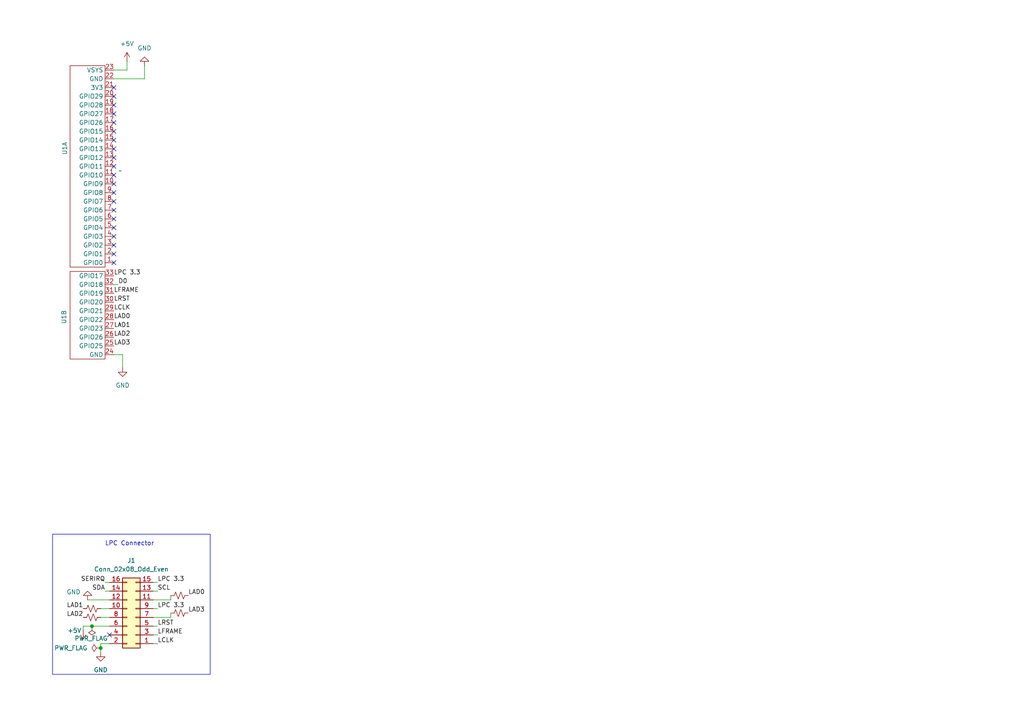
<source format=kicad_sch>
(kicad_sch (version 20231120) (generator "eeschema") (generator_version "8.0")
  (paper "A4")
  (lib_symbols
    (symbol "Connector_Generic:Conn_02x08_Odd_Even" (pin_names (offset 1.016) hide)
      (property "Reference" "J" (at 1.27 10.16 0))
      (property "Value" "Conn_02x08_Odd_Even" (at 1.27 -12.7 0))
      (symbol "Conn_02x08_Odd_Even_1_1"
        (rectangle (start -1.27 -10.033) (end 0 -10.287) (stroke (width 0.1524)))
        (rectangle (start -1.27 -7.493) (end 0 -7.747) (stroke (width 0.1524)))
        (rectangle (start -1.27 -4.953) (end 0 -5.207) (stroke (width 0.1524)))
        (rectangle (start -1.27 -2.413) (end 0 -2.667) (stroke (width 0.1524)))
        (rectangle (start -1.27 0.127) (end 0 -0.127) (stroke (width 0.1524)))
        (rectangle (start -1.27 2.667) (end 0 2.413) (stroke (width 0.1524)))
        (rectangle (start -1.27 5.207) (end 0 4.953) (stroke (width 0.1524)))
        (rectangle (start -1.27 7.747) (end 0 7.493) (stroke (width 0.1524)))
        (rectangle (start -1.27 8.89) (end 3.81 -11.43) (stroke (width 0.254)) (fill (type background)))
        (rectangle (start 3.81 -10.033) (end 2.54 -10.287) (stroke (width 0.1524)))
        (rectangle (start 3.81 -7.493) (end 2.54 -7.747) (stroke (width 0.1524)))
        (rectangle (start 3.81 -4.953) (end 2.54 -5.207) (stroke (width 0.1524)))
        (rectangle (start 3.81 -2.413) (end 2.54 -2.667) (stroke (width 0.1524)))
        (rectangle (start 3.81 0.127) (end 2.54 -0.127) (stroke (width 0.1524)))
        (rectangle (start 3.81 2.667) (end 2.54 2.413) (stroke (width 0.1524)))
        (rectangle (start 3.81 5.207) (end 2.54 4.953) (stroke (width 0.1524)))
        (rectangle (start 3.81 7.747) (end 2.54 7.493) (stroke (width 0.1524)))
        (pin passive line (at -5.08 7.62 0) (length 3.81) (name "Pin_1") (number "1"))
        (pin passive line (at 7.62 -2.54 180) (length 3.81) (name "Pin_10") (number "10"))
        (pin passive line (at -5.08 -5.08 0) (length 3.81) (name "Pin_11") (number "11"))
        (pin passive line (at 7.62 -5.08 180) (length 3.81) (name "Pin_12") (number "12"))
        (pin passive line (at -5.08 -7.62 0) (length 3.81) (name "Pin_13") (number "13"))
        (pin passive line (at 7.62 -7.62 180) (length 3.81) (name "Pin_14") (number "14"))
        (pin passive line (at -5.08 -10.16 0) (length 3.81) (name "Pin_15") (number "15"))
        (pin passive line (at 7.62 -10.16 180) (length 3.81) (name "Pin_16") (number "16"))
        (pin passive line (at 7.62 7.62 180) (length 3.81) (name "Pin_2") (number "2"))
        (pin passive line (at -5.08 5.08 0) (length 3.81) (name "Pin_3") (number "3"))
        (pin passive line (at 7.62 5.08 180) (length 3.81) (name "Pin_4") (number "4"))
        (pin passive line (at -5.08 2.54 0) (length 3.81) (name "Pin_5") (number "5"))
        (pin passive line (at 7.62 2.54 180) (length 3.81) (name "Pin_6") (number "6"))
        (pin passive line (at -5.08 0 0) (length 3.81) (name "Pin_7") (number "7"))
        (pin passive line (at 7.62 0 180) (length 3.81) (name "Pin_8") (number "8"))
        (pin passive line (at -5.08 -2.54 0) (length 3.81) (name "Pin_9") (number "9"))
      )
    )
    (symbol "Device:R_Small_US" (pin_numbers hide) (pin_names (offset 0.254) hide)
      (property "Reference" "R" (at 0.762 0.508 0))
      (property "Value" "R_Small_US" (at 0.762 -1.016 0))
      (symbol "R_Small_US_1_1"
        (polyline (pts (xy 0 0) (xy 1.016 -0.381) (xy 0 -0.762) (xy -1.016 -1.143) (xy 0 -1.524)))
        (polyline (pts (xy 0 1.524) (xy 1.016 1.143) (xy 0 0.762) (xy -1.016 0.381) (xy 0 0)))
        (pin passive line (at 0 2.54 270) (length 1.016) (name "~") (number "1"))
        (pin passive line (at 0 -2.54 90) (length 1.016) (name "~") (number "2"))
      )
    )
    (symbol "power:+5V" (power) (pin_numbers hide) (pin_names (offset 0) hide)
      (property "Value" "+5V" (at 0 3.556 0))
      (symbol "+5V_0_1"
        (polyline (pts (xy -0.762 1.27) (xy 0 2.54)))
        (polyline (pts (xy 0 0) (xy 0 2.54)))
        (polyline (pts (xy 0 2.54) (xy 0.762 1.27)))
      )
      (symbol "+5V_1_1"
        (pin power_in line (at 0 0 90) (length 0) (name "~") (number "1"))
      )
    )
    (symbol "power:GND" (power) (pin_numbers hide) (pin_names (offset 0) hide)
      (property "Value" "GND" (at 0 -3.81 0))
      (symbol "GND_0_1"
        (polyline (pts (xy 0 0) (xy 0 -1.27) (xy 1.27 -1.27) (xy 0 -2.54) (xy -1.27 -1.27) (xy 0 -1.27)))
      )
      (symbol "GND_1_1"
        (pin power_in line (at 0 0 270) (length 0) (name "~") (number "1"))
      )
    )
    (symbol "power:PWR_FLAG" (power) (pin_numbers hide) (pin_names (offset 0) hide)
      (property "Value" "PWR_FLAG" (at 0 3.81 0))
      (symbol "PWR_FLAG_0_0"
        (pin power_out line (at 0 0 90) (length 0) (name "~") (number "1"))
      )
      (symbol "PWR_FLAG_0_1"
        (polyline (pts (xy 0 0) (xy 0 1.27) (xy -1.016 1.905) (xy 0 2.54) (xy 1.016 1.905) (xy 0 1.27)))
      )
    )
    (symbol "rp2040zero_fp:RP2040_Zero"
      (property "Reference" "U" (at -5.334 4.064 0))
      (symbol "RP2040_Zero_1_1"
        (rectangle (start -10.16 2.54) (end 0 -55.88))
        (pin bidirectional line (at 2.54 -54.61 180) (length 2.54) (name "GPIO0") (number "1"))
        (pin bidirectional line (at 2.54 -31.75 180) (length 2.54) (name "GPIO9") (number "10"))
        (pin bidirectional line (at 2.54 -29.21 180) (length 2.54) (name "GPIO10") (number "11"))
        (pin bidirectional line (at 2.54 -26.67 180) (length 2.54) (name "GPIO11") (number "12"))
        (pin bidirectional line (at 2.54 -24.13 180) (length 2.54) (name "GPIO12") (number "13"))
        (pin bidirectional line (at 2.54 -21.59 180) (length 2.54) (name "GPIO13") (number "14"))
        (pin bidirectional line (at 2.54 -19.05 180) (length 2.54) (name "GPIO14") (number "15"))
        (pin bidirectional line (at 2.54 -16.51 180) (length 2.54) (name "GPIO15") (number "16"))
        (pin bidirectional line (at 2.54 -13.97 180) (length 2.54) (name "GPIO26") (number "17"))
        (pin bidirectional line (at 2.54 -11.43 180) (length 2.54) (name "GPIO27") (number "18"))
        (pin bidirectional line (at 2.54 -8.89 180) (length 2.54) (name "GPIO28") (number "19"))
        (pin bidirectional line (at 2.54 -52.07 180) (length 2.54) (name "GPIO1") (number "2"))
        (pin bidirectional line (at 2.54 -6.35 180) (length 2.54) (name "GPIO29") (number "20"))
        (pin power_out line (at 2.54 -3.81 180) (length 2.54) (name "3V3") (number "21"))
        (pin power_in line (at 2.54 -1.27 180) (length 2.54) (name "GND") (number "22"))
        (pin power_in line (at 2.54 1.27 180) (length 2.54) (name "VSYS") (number "23"))
        (pin bidirectional line (at 2.54 -49.53 180) (length 2.54) (name "GPIO2") (number "3"))
        (pin bidirectional line (at 2.54 -46.99 180) (length 2.54) (name "GPIO3") (number "4"))
        (pin bidirectional line (at 2.54 -44.45 180) (length 2.54) (name "GPIO4") (number "5"))
        (pin bidirectional line (at 2.54 -41.91 180) (length 2.54) (name "GPIO5") (number "6"))
        (pin bidirectional line (at 2.54 -39.37 180) (length 2.54) (name "GPIO6") (number "7"))
        (pin bidirectional line (at 2.54 -36.83 180) (length 2.54) (name "GPIO7") (number "8"))
        (pin bidirectional line (at 2.54 -34.29 180) (length 2.54) (name "GPIO8") (number "9"))
      )
      (symbol "RP2040_Zero_2_1"
        (rectangle (start -10.16 2.54) (end 0 -22.86))
        (pin power_in line (at 2.54 -21.59 180) (length 2.54) (name "GND") (number "24"))
        (pin bidirectional line (at 2.54 -19.05 180) (length 2.54) (name "GPIO25") (number "25"))
        (pin bidirectional line (at 2.54 -16.51 180) (length 2.54) (name "GPIO26") (number "26"))
        (pin bidirectional line (at 2.54 -13.97 180) (length 2.54) (name "GPIO23") (number "27"))
        (pin bidirectional line (at 2.54 -11.43 180) (length 2.54) (name "GPIO22") (number "28"))
        (pin bidirectional line (at 2.54 -8.89 180) (length 2.54) (name "GPIO21") (number "29"))
        (pin bidirectional line (at 2.54 -6.35 180) (length 2.54) (name "GPIO20") (number "30"))
        (pin bidirectional line (at 2.54 -3.81 180) (length 2.54) (name "GPIO19") (number "31"))
        (pin bidirectional line (at 2.54 -1.27 180) (length 2.54) (name "GPIO18") (number "32"))
        (pin bidirectional line (at 2.54 1.27 180) (length 2.54) (name "GPIO17") (number "33"))
      )
    )
  )
  (junction (at 29.21 187.96))
  (junction (at 26.67 181.61))
  (no_connect (at 33.02 73.66))
  (no_connect (at 33.02 55.88))
  (no_connect (at 33.02 45.72))
  (no_connect (at 33.02 43.18))
  (no_connect (at 33.02 27.94))
  (no_connect (at 33.02 38.1))
  (no_connect (at 33.02 53.34))
  (no_connect (at 33.02 58.42))
  (no_connect (at 33.02 68.58))
  (no_connect (at 33.02 66.04))
  (no_connect (at 33.02 60.96))
  (no_connect (at 33.02 33.02))
  (no_connect (at 33.02 25.4))
  (no_connect (at 33.02 71.12))
  (no_connect (at 31.75 184.15))
  (no_connect (at 33.02 35.56))
  (no_connect (at 33.02 40.64))
  (no_connect (at 33.02 48.26))
  (no_connect (at 33.02 50.8))
  (no_connect (at 33.02 63.5))
  (no_connect (at 33.02 30.48))
  (no_connect (at 33.02 76.2))
  (wire (pts (xy 34.29 82.55) (xy 33.02 82.55)))
  (wire (pts (xy 29.21 179.07) (xy 31.75 179.07)))
  (wire (pts (xy 45.72 181.61) (xy 44.45 181.61)))
  (wire (pts (xy 45.72 186.69) (xy 44.45 186.69)))
  (wire (pts (xy 30.48 171.45) (xy 31.75 171.45)))
  (wire (pts (xy 29.21 176.53) (xy 31.75 176.53)))
  (wire (pts (xy 44.45 179.07) (xy 49.53 179.07)))
  (wire (pts (xy 26.67 181.61) (xy 31.75 181.61)))
  (wire (pts (xy 44.45 173.99) (xy 49.53 173.99)))
  (wire (pts (xy 44.45 168.91) (xy 45.72 168.91)))
  (wire (pts (xy 35.56 102.87) (xy 35.56 106.68)))
  (wire (pts (xy 45.72 176.53) (xy 44.45 176.53)))
  (wire (pts (xy 31.75 186.69) (xy 29.21 186.69)))
  (wire (pts (xy 29.21 187.96) (xy 29.21 189.23)))
  (wire (pts (xy 24.13 182.88) (xy 24.13 181.61)))
  (wire (pts (xy 24.13 181.61) (xy 26.67 181.61)))
  (wire (pts (xy 45.72 184.15) (xy 44.45 184.15)))
  (wire (pts (xy 49.53 173.99) (xy 49.53 172.72)))
  (wire (pts (xy 41.91 22.86) (xy 41.91 19.05)))
  (wire (pts (xy 29.21 186.69) (xy 29.21 187.96)))
  (wire (pts (xy 33.02 22.86) (xy 41.91 22.86)))
  (wire (pts (xy 25.4 173.99) (xy 31.75 173.99)))
  (wire (pts (xy 49.53 179.07) (xy 49.53 177.8)))
  (wire (pts (xy 36.83 20.32) (xy 36.83 17.78)))
  (wire (pts (xy 44.45 171.45) (xy 45.72 171.45)))
  (wire (pts (xy 33.02 102.87) (xy 35.56 102.87)))
  (wire (pts (xy 30.48 168.91) (xy 31.75 168.91)))
  (wire (pts (xy 33.02 20.32) (xy 36.83 20.32)))
  (rectangle (start 15.24 154.94) (end 60.96 195.58))
  (text "LPC Connector" (at 37.592 157.734 0) (effects (font (size 1.27 1.27))))
  (label "LFRAME" (at 33.02 85.09 0))
  (label "LAD3" (at 33.02 100.33 0))
  (label "LAD1" (at 24.13 176.53 180))
  (label "LCLK" (at 45.72 186.69 0))
  (label "LAD1" (at 33.02 95.25 0))
  (label "LFRAME" (at 45.72 184.15 0))
  (label "SDA" (at 30.48 171.45 180))
  (label "LPC 3.3" (at 33.02 80.01 0))
  (label "LRST" (at 33.02 87.63 0))
  (label "D0" (at 34.29 82.55 0))
  (label "LRST" (at 45.72 181.61 0))
  (label "LAD3" (at 54.61 177.8 0))
  (label "LCLK" (at 33.02 90.17 0))
  (label "LAD2" (at 24.13 179.07 180))
  (label "LAD2" (at 33.02 97.79 0))
  (label "LPC 3.3" (at 45.72 176.53 0))
  (label "LAD0" (at 33.02 92.71 0))
  (label "LAD0" (at 54.61 172.72 0))
  (label "SCL" (at 45.72 171.45 0))
  (label "SERIRQ" (at 30.48 168.91 180))
  (label "LPC 3.3" (at 45.72 168.91 0))
  (symbol (lib_id "power:GND") (at 41.91 19.05 180) (unit 1)
    (property "Reference" "#PWR01" (effects (hide yes)))
    (property "Value" "GND" (at 41.91 13.97 0))
    (property "Description" "Power symbol creates a global label with name \"GND\" , ground" (effects (hide yes)))
  )
  (symbol (lib_id "power:+5V") (at 36.83 17.78 0) (unit 1)
    (property "Reference" "#PWR02" (effects (hide yes)))
    (property "Value" "+5V" (at 36.83 12.7 0))
    (property "Description" "Power symbol creates a global label with name \"+5V\"" (effects (hide yes)))
  )
  (symbol (lib_id "power:GND") (at 35.56 106.68 0) (unit 1)
    (property "Reference" "#PWR03" (effects (hide yes)))
    (property "Value" "GND" (at 35.56 111.76 0))
    (property "Description" "Power symbol creates a global label with name \"GND\" , ground" (effects (hide yes)))
  )
  (symbol (lib_id "power:PWR_FLAG") (at 26.67 181.61 180) (unit 1)
    (property "Reference" "#FLG02" (effects (hide yes)))
    (property "Value" "PWR_FLAG" (at 26.416 185.166 0))
    (property "Description" "Special symbol for telling ERC where power comes from" (effects (hide yes)))
  )
  (symbol (lib_id "Device:R_Small_US") (at 52.07 172.72 90) (unit 1)
    (property "Reference" "R1" (effects (hide yes)))
    (property "Value" "100" (effects (hide yes)))
    (property "Footprint" "Resistor_SMD:R_0805_2012Metric_Pad1.20x1.40mm_HandSolder" (effects (hide yes)))
    (property "Description" "Resistor, small US symbol" (effects (hide yes)))
  )
  (symbol (lib_id "power:GND") (at 25.4 173.99 180) (unit 1)
    (property "Reference" "#PWR06" (effects (hide yes)))
    (property "Value" "GND" (at 21.336 171.704 0))
    (property "Description" "Power symbol creates a global label with name \"GND\" , ground" (effects (hide yes)))
  )
  (symbol (lib_id "rp2040zero_fp:RP2040_Zero") (at 30.48 21.59 0) (unit 1)
    (property "Reference" "U1" (at 18.796 44.958 90) (effects (justify left)))
    (property "Value" "~" (at 34.29 49.53 0) (effects (justify left)))
    (property "Footprint" "rp2040zero_fp:RP2040 Zero" (effects (hide yes)))
  )
  (symbol (lib_id "rp2040zero_fp:RP2040_Zero") (at 30.48 81.28 0) (unit 2)
    (property "Reference" "U1" (at 18.542 93.98 90) (effects (justify left)))
    (property "Value" "~" (at 34.29 93.98 0) (effects (justify left)))
    (property "Footprint" "rp2040zero_fp:RP2040 Zero" (effects (hide yes)))
  )
  (symbol (lib_id "power:+5V") (at 24.13 182.88 180) (unit 1)
    (property "Reference" "#PWR05" (effects (hide yes)))
    (property "Value" "+5V" (at 21.59 182.88 0))
    (property "Description" "Power symbol creates a global label with name \"+5V\"" (effects (hide yes)))
  )
  (symbol (lib_id "Device:R_Small_US") (at 26.67 179.07 90) (unit 1)
    (property "Reference" "R3" (effects (hide yes)))
    (property "Value" "100" (effects (hide yes)))
    (property "Footprint" "Resistor_SMD:R_0805_2012Metric_Pad1.20x1.40mm_HandSolder" (effects (hide yes)))
    (property "Description" "Resistor, small US symbol" (effects (hide yes)))
  )
  (symbol (lib_id "Device:R_Small_US") (at 52.07 177.8 90) (unit 1)
    (property "Reference" "R4" (effects (hide yes)))
    (property "Value" "100" (effects (hide yes)))
    (property "Footprint" "Resistor_SMD:R_0805_2012Metric_Pad1.20x1.40mm_HandSolder" (effects (hide yes)))
    (property "Description" "Resistor, small US symbol" (effects (hide yes)))
  )
  (symbol (lib_id "Device:R_Small_US") (at 26.67 176.53 90) (unit 1)
    (property "Reference" "R2" (effects (hide yes)))
    (property "Value" "100" (effects (hide yes)))
    (property "Footprint" "Resistor_SMD:R_0805_2012Metric_Pad1.20x1.40mm_HandSolder" (effects (hide yes)))
    (property "Description" "Resistor, small US symbol" (effects (hide yes)))
  )
  (symbol (lib_id "power:PWR_FLAG") (at 29.21 187.96 90) (unit 1)
    (property "Reference" "#FLG01" (effects (hide yes)))
    (property "Value" "PWR_FLAG" (at 25.4 187.9599 90) (effects (justify left)))
    (property "Description" "Special symbol for telling ERC where power comes from" (effects (hide yes)))
  )
  (symbol (lib_id "power:GND") (at 29.21 189.23 0) (unit 1)
    (property "Reference" "#PWR04" (effects (hide yes)))
    (property "Value" "GND" (at 29.21 194.31 0))
    (property "Description" "Power symbol creates a global label with name \"GND\" , ground" (effects (hide yes)))
  )
  (symbol (lib_id "Connector_Generic:Conn_02x08_Odd_Even") (at 39.37 179.07 180) (unit 1)
    (property "Reference" "J1" (at 38.1 162.56 0))
    (property "Value" "Conn_02x08_Odd_Even" (at 38.1 165.1 0))
    (property "Footprint" "Connector_PinSocket_2.54mm:PinSocket_2x08_P2.54mm_Vertical_SMD" (effects (hide yes)))
    (property "Description" "Generic connector, double row, 02x08, odd/even pin numbering scheme (row 1 odd numbers, row 2 even numbers), script generated (kicad-library-utils/schlib/autogen/connector/)" (effects (hide yes)))
  )
)
</source>
